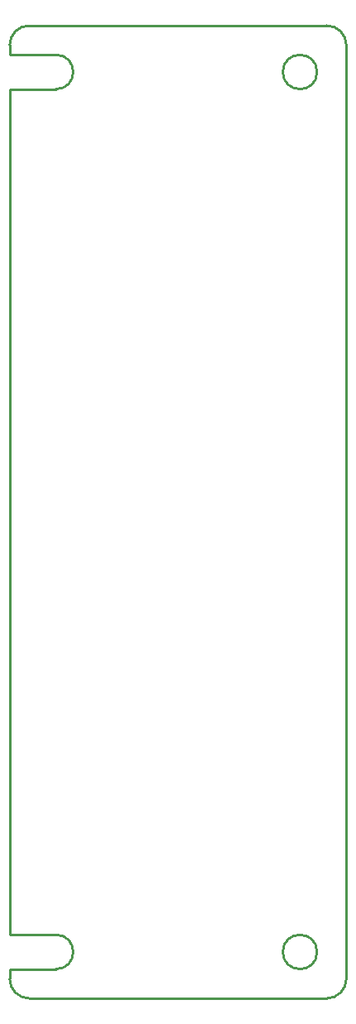
<source format=gbr>
G04 #@! TF.GenerationSoftware,KiCad,Pcbnew,5.1.5+dfsg1-2build2*
G04 #@! TF.CreationDate,2021-07-26T20:03:16+02:00*
G04 #@! TF.ProjectId,t100-dcmotor,74313030-2d64-4636-9d6f-746f722e6b69,rev?*
G04 #@! TF.SameCoordinates,Original*
G04 #@! TF.FileFunction,Profile,NP*
%FSLAX46Y46*%
G04 Gerber Fmt 4.6, Leading zero omitted, Abs format (unit mm)*
G04 Created by KiCad (PCBNEW 5.1.5+dfsg1-2build2) date 2021-07-26 20:03:16*
%MOMM*%
%LPD*%
G04 APERTURE LIST*
%ADD10C,0.254000*%
G04 APERTURE END LIST*
D10*
X87500000Y-143250000D02*
G75*
G02X87500000Y-146750000I0J-1750000D01*
G01*
X115250000Y-50250000D02*
X84750000Y-50250000D01*
X115250000Y-149750000D02*
X84749999Y-149750000D01*
X82750000Y-52250000D02*
G75*
G02X84750000Y-50250000I2000000J0D01*
G01*
X117250000Y-147750000D02*
G75*
G02X115250000Y-149750000I-2000000J0D01*
G01*
X114250000Y-145000000D02*
G75*
G03X114250000Y-145000000I-1750000J0D01*
G01*
X84749999Y-149750000D02*
G75*
G02X82749999Y-147750000I0J2000000D01*
G01*
X115250000Y-50250000D02*
G75*
G02X117250000Y-52250000I0J-2000000D01*
G01*
X82750000Y-53249999D02*
X82750000Y-52250000D01*
X87500000Y-146750000D02*
X82749999Y-146750000D01*
X82749999Y-147750000D02*
X82749999Y-146750000D01*
X87500000Y-143250000D02*
X82749999Y-143250000D01*
X87500000Y-53249999D02*
G75*
G02X87500000Y-56749999I0J-1750000D01*
G01*
X114250000Y-55000000D02*
G75*
G03X114250000Y-55000000I-1750000J0D01*
G01*
X117250000Y-147750000D02*
X117250000Y-52250000D01*
X82749999Y-143250000D02*
X82750000Y-56749999D01*
X87500000Y-53249999D02*
X82750000Y-53249999D01*
X87500000Y-56749999D02*
X82750000Y-56749999D01*
M02*

</source>
